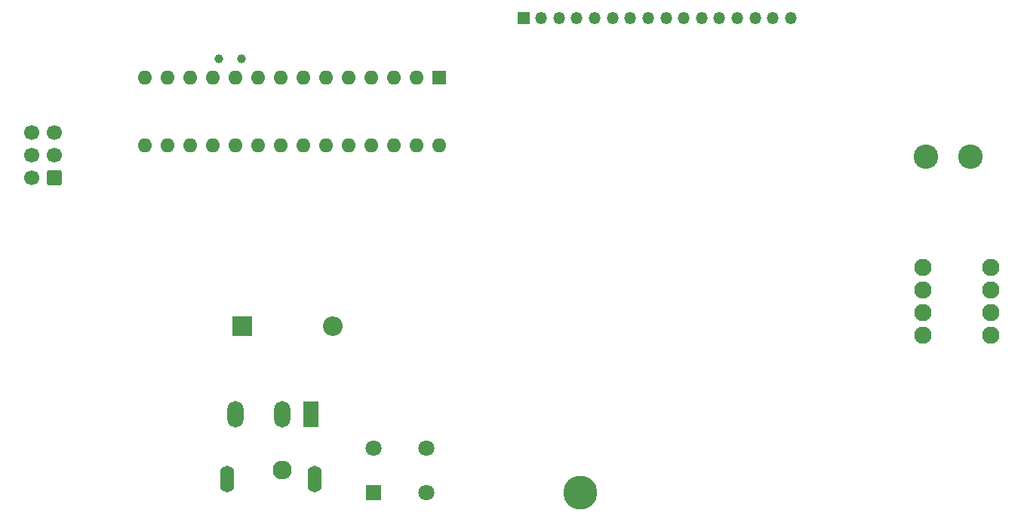
<source format=gbr>
%TF.GenerationSoftware,KiCad,Pcbnew,8.0.4*%
%TF.CreationDate,2025-05-14T15:51:55-04:00*%
%TF.ProjectId,am-receiver,616d2d72-6563-4656-9976-65722e6b6963,rev?*%
%TF.SameCoordinates,Original*%
%TF.FileFunction,Soldermask,Bot*%
%TF.FilePolarity,Negative*%
%FSLAX46Y46*%
G04 Gerber Fmt 4.6, Leading zero omitted, Abs format (unit mm)*
G04 Created by KiCad (PCBNEW 8.0.4) date 2025-05-14 15:51:55*
%MOMM*%
%LPD*%
G01*
G04 APERTURE LIST*
G04 Aperture macros list*
%AMRoundRect*
0 Rectangle with rounded corners*
0 $1 Rounding radius*
0 $2 $3 $4 $5 $6 $7 $8 $9 X,Y pos of 4 corners*
0 Add a 4 corners polygon primitive as box body*
4,1,4,$2,$3,$4,$5,$6,$7,$8,$9,$2,$3,0*
0 Add four circle primitives for the rounded corners*
1,1,$1+$1,$2,$3*
1,1,$1+$1,$4,$5*
1,1,$1+$1,$6,$7*
1,1,$1+$1,$8,$9*
0 Add four rect primitives between the rounded corners*
20,1,$1+$1,$2,$3,$4,$5,0*
20,1,$1+$1,$4,$5,$6,$7,0*
20,1,$1+$1,$6,$7,$8,$9,0*
20,1,$1+$1,$8,$9,$2,$3,0*%
G04 Aperture macros list end*
%ADD10R,1.800000X1.800000*%
%ADD11C,1.800000*%
%ADD12C,3.800000*%
%ADD13RoundRect,0.250000X0.600000X0.600000X-0.600000X0.600000X-0.600000X-0.600000X0.600000X-0.600000X0*%
%ADD14C,1.700000*%
%ADD15C,1.931200*%
%ADD16R,1.350000X1.350000*%
%ADD17O,1.350000X1.350000*%
%ADD18C,2.744000*%
%ADD19C,1.000000*%
%ADD20R,1.600000X1.600000*%
%ADD21O,1.600000X1.600000*%
%ADD22R,2.200000X2.200000*%
%ADD23O,2.200000X2.200000*%
%ADD24C,2.130000*%
%ADD25R,1.800000X3.000000*%
%ADD26O,1.800000X3.000000*%
%ADD27O,1.600000X3.000000*%
G04 APERTURE END LIST*
D10*
%TO.C,SW2*%
X129750000Y-132000000D03*
D11*
X129750000Y-127000000D03*
X135750000Y-132000000D03*
X135750000Y-127000000D03*
%TD*%
D12*
%TO.C,AE1*%
X153000000Y-132000000D03*
%TD*%
D13*
%TO.C,J2*%
X94000000Y-96580000D03*
D14*
X91460000Y-96580000D03*
X94000000Y-94040000D03*
X91460000Y-94040000D03*
X94000000Y-91500000D03*
X91460000Y-91500000D03*
%TD*%
D15*
%TO.C,U1*%
X191440000Y-106690000D03*
X191440000Y-109230000D03*
X191440000Y-111770000D03*
X191440000Y-114310000D03*
X199060000Y-114310000D03*
X199060000Y-111770000D03*
X199060000Y-109230000D03*
X199060000Y-106690000D03*
%TD*%
D16*
%TO.C,J3*%
X146600000Y-78650000D03*
D17*
X148600000Y-78650000D03*
X150600000Y-78650000D03*
X152600000Y-78650000D03*
X154600000Y-78650000D03*
X156600000Y-78650000D03*
X158600000Y-78650000D03*
X160600000Y-78650000D03*
X162600000Y-78650000D03*
X164600000Y-78650000D03*
X166600000Y-78650000D03*
X168600000Y-78650000D03*
X170600000Y-78650000D03*
X172600000Y-78650000D03*
X174600000Y-78650000D03*
X176600000Y-78650000D03*
%TD*%
D18*
%TO.C,ST171*%
X191750000Y-94250000D03*
X196750000Y-94250000D03*
%TD*%
D19*
%TO.C,Y1*%
X115000000Y-83250000D03*
X112460000Y-83250000D03*
%TD*%
D20*
%TO.C,U2*%
X137160000Y-85380000D03*
D21*
X134620000Y-85380000D03*
X132080000Y-85380000D03*
X129540000Y-85380000D03*
X127000000Y-85380000D03*
X124460000Y-85380000D03*
X121920000Y-85380000D03*
X119380000Y-85380000D03*
X116840000Y-85380000D03*
X114300000Y-85380000D03*
X111760000Y-85380000D03*
X109220000Y-85380000D03*
X106680000Y-85380000D03*
X104140000Y-85380000D03*
X104140000Y-93000000D03*
X106680000Y-93000000D03*
X109220000Y-93000000D03*
X111760000Y-93000000D03*
X114300000Y-93000000D03*
X116840000Y-93000000D03*
X119380000Y-93000000D03*
X121920000Y-93000000D03*
X124460000Y-93000000D03*
X127000000Y-93000000D03*
X129540000Y-93000000D03*
X132080000Y-93000000D03*
X134620000Y-93000000D03*
X137160000Y-93000000D03*
%TD*%
D22*
%TO.C,D2*%
X115090000Y-113250000D03*
D23*
X125250000Y-113250000D03*
%TD*%
D24*
%TO.C,J1*%
X119550000Y-129450000D03*
D25*
X122750000Y-123150000D03*
D26*
X114250000Y-123150000D03*
X119550000Y-123150000D03*
D27*
X113350000Y-130450000D03*
X123150000Y-130450000D03*
%TD*%
M02*

</source>
